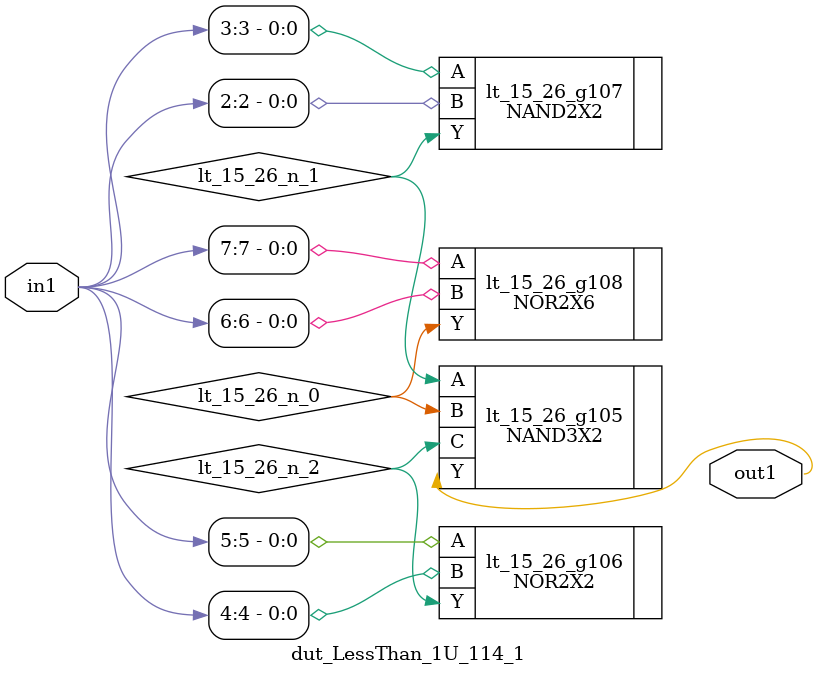
<source format=v>
`timescale 1ps / 1ps


module dut_LessThan_1U_114_1(in1, out1);
  input [7:0] in1;
  output out1;
  wire [7:0] in1;
  wire out1;
  wire lt_15_26_n_0, lt_15_26_n_1, lt_15_26_n_2;
  NAND3X2 lt_15_26_g105(.A (lt_15_26_n_1), .B (lt_15_26_n_0), .C
       (lt_15_26_n_2), .Y (out1));
  NOR2X2 lt_15_26_g106(.A (in1[5]), .B (in1[4]), .Y (lt_15_26_n_2));
  NAND2X2 lt_15_26_g107(.A (in1[3]), .B (in1[2]), .Y (lt_15_26_n_1));
  NOR2X6 lt_15_26_g108(.A (in1[7]), .B (in1[6]), .Y (lt_15_26_n_0));
endmodule



</source>
